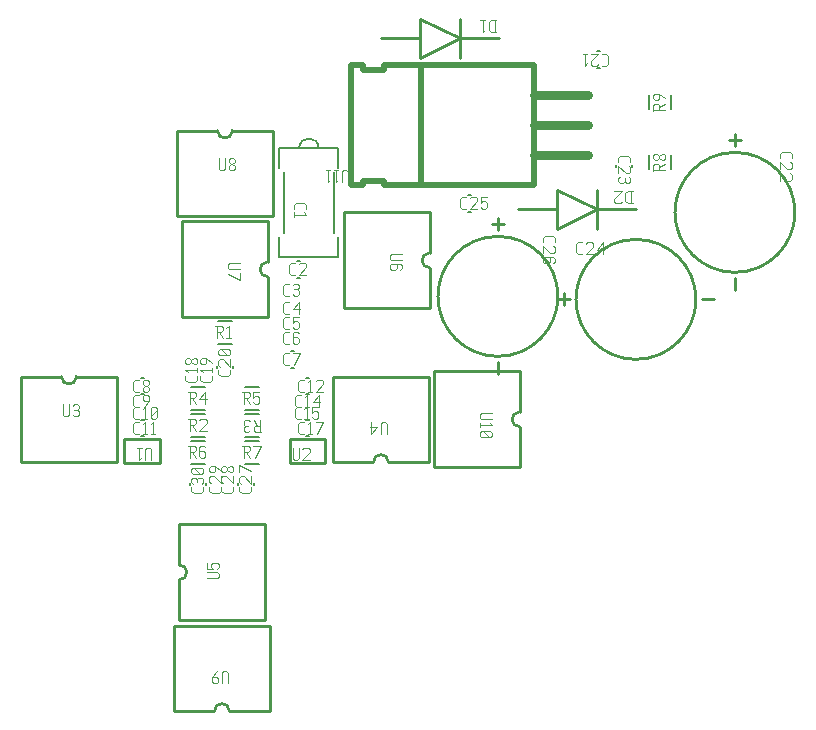
<source format=gbr>
G04 start of page 10 for group -4079 idx -4079 *
G04 Title: (unknown), topsilk *
G04 Creator: pcb 20110918 *
G04 CreationDate: Wed 16 Apr 2014 03:02:33 AM GMT UTC *
G04 For: commonadmin *
G04 Format: Gerber/RS-274X *
G04 PCB-Dimensions: 300000 250000 *
G04 PCB-Coordinate-Origin: lower left *
%MOIN*%
%FSLAX25Y25*%
%LNTOPSILK*%
%ADD107C,0.0040*%
%ADD106C,0.0200*%
%ADD105C,0.0300*%
%ADD104C,0.0079*%
%ADD103C,0.0100*%
%ADD102C,0.0080*%
G54D102*X66543Y121740D02*X71267D01*
X66543Y114260D02*X71267D01*
X84543Y121740D02*X89267D01*
X84543Y114260D02*X89267D01*
X75245Y128936D02*Y128150D01*
X80755Y128936D02*Y128150D01*
X66543Y112740D02*X71267D01*
X66543Y105260D02*X71267D01*
X66543Y103740D02*X71267D01*
X66543Y96260D02*X71267D01*
X66245Y89936D02*Y89150D01*
X71755Y89936D02*Y89150D01*
X82245Y89936D02*Y89150D01*
X87755Y89936D02*Y89150D01*
X50150Y124855D02*X50936D01*
X50150Y119345D02*X50936D01*
X50150Y110855D02*X50936D01*
X50150Y105345D02*X50936D01*
G54D103*X44500Y104500D02*X56400D01*
X44500D02*Y96500D01*
X56400D01*
Y104500D02*Y96500D01*
X62750Y44000D02*X91250D01*
Y76000D02*Y44000D01*
X62750Y76000D02*X91250D01*
X62750Y57500D02*Y44000D01*
Y76000D02*Y62500D01*
Y57500D02*G75*G03X62750Y62500I0J2500D01*G01*
X93000Y42250D02*Y13750D01*
X61000Y42250D02*X93000D01*
X61000D02*Y13750D01*
X79500D02*X93000D01*
X61000D02*X74500D01*
X79500D02*G75*G03X74500Y13750I-2500J0D01*G01*
G54D102*X75543Y143740D02*X80267D01*
X75543Y136260D02*X80267D01*
G54D103*X63750Y177000D02*X92250D01*
X63750D02*Y145000D01*
X92250D01*
Y177000D02*Y163500D01*
Y158500D02*Y145000D01*
Y163500D02*G75*G03X92250Y158500I0J-2500D01*G01*
X62000Y207250D02*Y178750D01*
X94000D01*
Y207250D01*
X62000D02*X75500D01*
X94000D02*X80500D01*
X75500D02*G75*G03X80500Y207250I2500J0D01*G01*
G54D104*X96157Y171720D02*Y165126D01*
X115843D01*
Y171720D02*Y165126D01*
X96157Y201346D02*Y194752D01*
Y201346D02*X115843D01*
Y194752D01*
X97535Y193472D02*Y173000D01*
X114465Y193472D02*Y173000D01*
X109281Y201346D02*G75*G03X102719Y201346I-3281J0D01*G01*
G54D102*X84543Y103740D02*X89267D01*
X84543Y96260D02*X89267D01*
X84543Y105260D02*X89267D01*
X84543Y112740D02*X89267D01*
G54D103*X99600Y96600D02*X111500D01*
Y104600D02*Y96600D01*
X99600Y104600D02*X111500D01*
X99600D02*Y96600D01*
G54D102*X105150Y110855D02*X105936D01*
X105150Y105345D02*X105936D01*
X105150Y124855D02*X105936D01*
X105150Y119345D02*X105936D01*
G54D103*X147750Y127000D02*X176250D01*
X147750D02*Y95000D01*
X176250D01*
Y127000D02*Y113500D01*
Y108500D02*Y95000D01*
Y113500D02*G75*G03X176250Y108500I0J-2500D01*G01*
X10000Y125250D02*Y96750D01*
X42000D01*
Y125250D01*
X10000D02*X23500D01*
X42000D02*X28500D01*
X23500D02*G75*G03X28500Y125250I2500J0D01*G01*
X146000D02*Y96750D01*
X114000Y125250D02*X146000D01*
X114000D02*Y96750D01*
X132500D02*X146000D01*
X114000D02*X127500D01*
X132500D02*G75*G03X127500Y96750I-2500J0D01*G01*
G54D102*X100150Y133755D02*X100936D01*
X100150Y128245D02*X100936D01*
X102150Y163755D02*X102936D01*
X102150Y158245D02*X102936D01*
G54D103*X117750Y180000D02*X146250D01*
X117750D02*Y148000D01*
X146250D01*
Y180000D02*Y166500D01*
Y161500D02*Y148000D01*
Y166500D02*G75*G03X146250Y161500I0J-2500D01*G01*
X169000Y178000D02*Y174000D01*
X167000Y176000D02*X171000D01*
X169000Y130000D02*Y126000D01*
Y172000D02*G75*G03X169000Y172000I0J-20000D01*G01*
G54D102*X159150Y185755D02*X159936D01*
X159150Y180245D02*X159936D01*
G54D105*X181000Y199000D02*X199000D01*
X181000Y209000D02*X199000D01*
X181000Y219000D02*X199000D01*
G54D106*X181000Y229000D02*Y189000D01*
X143500Y229000D02*X181000D01*
X143500D02*Y189000D01*
X181000D01*
X143500Y229000D02*Y189000D01*
X131000Y229000D02*X143500D01*
X131000D02*Y227500D01*
X124000D02*X131000D01*
X124000Y229000D02*Y227500D01*
X120000Y229000D02*X124000D01*
X120000D02*Y189000D01*
X124000D01*
Y190500D02*Y189000D01*
Y190500D02*X131000D01*
Y189000D01*
X143500D01*
G54D103*X175630Y181000D02*X188752D01*
Y187559D02*Y174441D01*
X201874Y181000D01*
X188752Y187559D02*X201874Y181000D01*
Y187559D02*Y174441D01*
Y181000D02*X214996D01*
G54D102*X213755Y195936D02*Y195150D01*
X208245Y195936D02*Y195150D01*
X202150Y228245D02*X202936D01*
X202150Y233755D02*X202936D01*
G54D103*X189000Y151000D02*X193000D01*
X191000Y153000D02*Y149000D01*
X237000Y151000D02*X241000D01*
X195000D02*G75*G03X195000Y151000I20000J0D01*G01*
G54D102*X219260Y199267D02*Y194543D01*
X226740Y199267D02*Y194543D01*
G54D103*X248000Y206000D02*Y202000D01*
X246000Y204000D02*X250000D01*
X248000Y158000D02*Y154000D01*
Y200000D02*G75*G03X248000Y200000I0J-20000D01*G01*
G54D102*X219260Y219267D02*Y214543D01*
X226740Y219267D02*Y214543D01*
G54D103*X130000Y238000D02*X143122D01*
Y244559D02*Y231441D01*
X156244Y238000D01*
X143122Y244559D02*X156244Y238000D01*
Y244559D02*Y231441D01*
Y238000D02*X169366D01*
G54D107*X76000Y198000D02*Y194500D01*
X76500Y194000D01*
X77500D01*
X78000Y194500D01*
Y198000D02*Y194500D01*
X79200D02*X79700Y194000D01*
X79200Y195300D02*Y194500D01*
Y195300D02*X79900Y196000D01*
X80500D01*
X81200Y195300D01*
Y194500D01*
X80700Y194000D02*X81200Y194500D01*
X79700Y194000D02*X80700D01*
X79200Y196700D02*X79900Y196000D01*
X79200Y197500D02*Y196700D01*
Y197500D02*X79700Y198000D01*
X80700D01*
X81200Y197500D01*
Y196700D01*
X80500Y196000D02*X81200Y196700D01*
X101000Y182536D02*Y181236D01*
X101700Y183236D02*X101000Y182536D01*
X101700Y183236D02*X104300D01*
X105000Y182536D01*
Y181236D01*
X104200Y180036D02*X105000Y179236D01*
X101000D02*X105000D01*
X101000Y180036D02*Y178536D01*
X119000Y193500D02*Y190000D01*
Y193500D02*X118500Y194000D01*
X117500D02*X118500D01*
X117500D02*X117000Y193500D01*
Y190000D01*
X115800Y190800D02*X115000Y190000D01*
Y194000D02*Y190000D01*
X114300Y194000D02*X115800D01*
X113100Y190800D02*X112300Y190000D01*
Y194000D02*Y190000D01*
X111600Y194000D02*X113100D01*
X213500Y187000D02*Y183000D01*
X212200D02*X211500Y183700D01*
Y186300D02*Y183700D01*
X212200Y187000D02*X211500Y186300D01*
X212200Y187000D02*X214000D01*
X212200Y183000D02*X214000D01*
X210300Y183500D02*X209800Y183000D01*
X208300D02*X209800D01*
X208300D02*X207800Y183500D01*
Y184500D02*Y183500D01*
X210300Y187000D02*X207800Y184500D01*
Y187000D02*X210300D01*
X263000Y199300D02*Y198000D01*
X263700Y200000D02*X263000Y199300D01*
X263700Y200000D02*X266300D01*
X267000Y199300D01*
Y198000D01*
X266500Y196800D02*X267000Y196300D01*
Y194800D01*
X266500Y194300D01*
X265500D02*X266500D01*
X263000Y196800D02*X265500Y194300D01*
X263000Y196800D02*Y194300D01*
X266500Y193100D02*X267000Y192600D01*
Y191100D01*
X266500Y190600D01*
X265500D02*X266500D01*
X263000Y193100D02*X265500Y190600D01*
X263000Y193100D02*Y190600D01*
X209150Y197993D02*Y196693D01*
X209850Y198693D02*X209150Y197993D01*
X209850Y198693D02*X212450D01*
X213150Y197993D01*
Y196693D01*
X212650Y195493D02*X213150Y194993D01*
Y193493D01*
X212650Y192993D01*
X211650D02*X212650D01*
X209150Y195493D02*X211650Y192993D01*
X209150Y195493D02*Y192993D01*
X212650Y191793D02*X213150Y191293D01*
Y190293D01*
X212650Y189793D01*
X209150Y190293D02*X209650Y189793D01*
X209150Y191293D02*Y190293D01*
X209650Y191793D02*X209150Y191293D01*
X211350D02*Y190293D01*
X211850Y189793D02*X212650D01*
X209650D02*X210850D01*
X211350Y190293D01*
X211850Y189793D02*X211350Y190293D01*
X167870Y244000D02*Y240000D01*
X166570D02*X165870Y240700D01*
Y243300D02*Y240700D01*
X166570Y244000D02*X165870Y243300D01*
X166570Y244000D02*X168370D01*
X166570Y240000D02*X168370D01*
X164670Y240800D02*X163870Y240000D01*
Y244000D02*Y240000D01*
X163170Y244000D02*X164670D01*
X203693Y232850D02*X204993D01*
X205693Y232150D02*X204993Y232850D01*
X205693Y232150D02*Y229550D01*
X204993Y228850D01*
X203693D02*X204993D01*
X202493Y229350D02*X201993Y228850D01*
X200493D02*X201993D01*
X200493D02*X199993Y229350D01*
Y230350D02*Y229350D01*
X202493Y232850D02*X199993Y230350D01*
Y232850D02*X202493D01*
X198793Y229650D02*X197993Y228850D01*
Y232850D02*Y228850D01*
X197293Y232850D02*X198793D01*
X220850Y195755D02*Y193755D01*
Y195755D02*X221350Y196255D01*
X222350D01*
X222850Y195755D02*X222350Y196255D01*
X222850Y195755D02*Y194255D01*
X220850D02*X224850D01*
X222850Y195055D02*X224850Y196255D01*
X224350Y197455D02*X224850Y197955D01*
X223550Y197455D02*X224350D01*
X223550D02*X222850Y198155D01*
Y198755D02*Y198155D01*
Y198755D02*X223550Y199455D01*
X224350D01*
X224850Y198955D02*X224350Y199455D01*
X224850Y198955D02*Y197955D01*
X222150Y197455D02*X222850Y198155D01*
X221350Y197455D02*X222150D01*
X221350D02*X220850Y197955D01*
Y198955D02*Y197955D01*
Y198955D02*X221350Y199455D01*
X222150D01*
X222850Y198755D02*X222150Y199455D01*
X220850Y215755D02*Y213755D01*
Y215755D02*X221350Y216255D01*
X222350D01*
X222850Y215755D02*X222350Y216255D01*
X222850Y215755D02*Y214255D01*
X220850D02*X224850D01*
X222850Y215055D02*X224850Y216255D01*
Y217955D02*X222850Y219455D01*
X221350D02*X222850D01*
X220850Y218955D02*X221350Y219455D01*
X220850Y218955D02*Y217955D01*
X221350Y217455D02*X220850Y217955D01*
X221350Y217455D02*X222350D01*
X222850Y217955D01*
Y219455D02*Y217955D01*
X74755Y142150D02*X76755D01*
X77255Y141650D01*
Y140650D01*
X76755Y140150D02*X77255Y140650D01*
X75255Y140150D02*X76755D01*
X75255Y142150D02*Y138150D01*
X76055Y140150D02*X77255Y138150D01*
X78455Y141350D02*X79255Y142150D01*
Y138150D01*
X78455D02*X79955D01*
X79500Y163000D02*X83000D01*
X79500D02*X79000Y162500D01*
Y161500D01*
X79500Y161000D01*
X83000D01*
X79000Y159300D02*X83000Y157300D01*
Y159800D02*Y157300D01*
X65755Y120150D02*X67755D01*
X68255Y119650D01*
Y118650D01*
X67755Y118150D02*X68255Y118650D01*
X66255Y118150D02*X67755D01*
X66255Y120150D02*Y116150D01*
X67055Y118150D02*X68255Y116150D01*
X69455Y117650D02*X71455Y120150D01*
X69455Y117650D02*X71955D01*
X71455Y120150D02*Y116150D01*
X83755Y120150D02*X85755D01*
X86255Y119650D01*
Y118650D01*
X85755Y118150D02*X86255Y118650D01*
X84255Y118150D02*X85755D01*
X84255Y120150D02*Y116150D01*
X85055Y118150D02*X86255Y116150D01*
X87455Y120150D02*X89455D01*
X87455D02*Y118150D01*
X87955Y118650D01*
X88955D01*
X89455Y118150D01*
Y116650D01*
X88955Y116150D02*X89455Y116650D01*
X87955Y116150D02*X88955D01*
X87455Y116650D02*X87955Y116150D01*
X73850Y125424D02*Y124124D01*
X73150Y123424D02*X73850Y124124D01*
X70550Y123424D02*X73150D01*
X70550D02*X69850Y124124D01*
Y125424D02*Y124124D01*
X70650Y126624D02*X69850Y127424D01*
X73850D01*
Y128124D02*Y126624D01*
Y129824D02*X71850Y131324D01*
X70350D02*X71850D01*
X69850Y130824D02*X70350Y131324D01*
X69850Y130824D02*Y129824D01*
X70350Y129324D02*X69850Y129824D01*
X70350Y129324D02*X71350D01*
X71850Y129824D01*
Y131324D02*Y129824D01*
X68850Y125424D02*Y124124D01*
X68150Y123424D02*X68850Y124124D01*
X65550Y123424D02*X68150D01*
X65550D02*X64850Y124124D01*
Y125424D02*Y124124D01*
X65650Y126624D02*X64850Y127424D01*
X68850D01*
Y128124D02*Y126624D01*
X68350Y129324D02*X68850Y129824D01*
X67550Y129324D02*X68350D01*
X67550D02*X66850Y130024D01*
Y130624D02*Y130024D01*
Y130624D02*X67550Y131324D01*
X68350D01*
X68850Y130824D02*X68350Y131324D01*
X68850Y130824D02*Y129824D01*
X66150Y129324D02*X66850Y130024D01*
X65350Y129324D02*X66150D01*
X65350D02*X64850Y129824D01*
Y130824D02*Y129824D01*
Y130824D02*X65350Y131324D01*
X66150D01*
X66850Y130624D02*X66150Y131324D01*
X79850Y127393D02*Y126093D01*
X79150Y125393D02*X79850Y126093D01*
X76550Y125393D02*X79150D01*
X76550D02*X75850Y126093D01*
Y127393D02*Y126093D01*
X76350Y128593D02*X75850Y129093D01*
Y130593D02*Y129093D01*
Y130593D02*X76350Y131093D01*
X77350D01*
X79850Y128593D02*X77350Y131093D01*
X79850D02*Y128593D01*
X79350Y132293D02*X79850Y132793D01*
X76350Y132293D02*X79350D01*
X76350D02*X75850Y132793D01*
Y133793D02*Y132793D01*
Y133793D02*X76350Y134293D01*
X79350D01*
X79850Y133793D02*X79350Y134293D01*
X79850Y133793D02*Y132793D01*
X78850Y132293D02*X76850Y134293D01*
X65755Y111150D02*X67755D01*
X68255Y110650D01*
Y109650D01*
X67755Y109150D02*X68255Y109650D01*
X66255Y109150D02*X67755D01*
X66255Y111150D02*Y107150D01*
X67055Y109150D02*X68255Y107150D01*
X69455Y110650D02*X69955Y111150D01*
X71455D01*
X71955Y110650D01*
Y109650D01*
X69455Y107150D02*X71955Y109650D01*
X69455Y107150D02*X71955D01*
X48124Y115250D02*X49424D01*
X47424Y115950D02*X48124Y115250D01*
X47424Y118550D02*Y115950D01*
Y118550D02*X48124Y119250D01*
X49424D01*
X51124Y115250D02*X52624Y117250D01*
Y118750D02*Y117250D01*
X52124Y119250D02*X52624Y118750D01*
X51124Y119250D02*X52124D01*
X50624Y118750D02*X51124Y119250D01*
X50624Y118750D02*Y117750D01*
X51124Y117250D01*
X52624D01*
X48124Y111250D02*X49424D01*
X47424Y111950D02*X48124Y111250D01*
X47424Y114550D02*Y111950D01*
Y114550D02*X48124Y115250D01*
X49424D01*
X50624Y114450D02*X51424Y115250D01*
Y111250D01*
X50624D02*X52124D01*
X53324Y111750D02*X53824Y111250D01*
X53324Y114750D02*Y111750D01*
Y114750D02*X53824Y115250D01*
X54824D01*
X55324Y114750D01*
Y111750D01*
X54824Y111250D02*X55324Y111750D01*
X53824Y111250D02*X54824D01*
X53324Y112250D02*X55324Y114250D01*
X48093Y106250D02*X49393D01*
X47393Y106950D02*X48093Y106250D01*
X47393Y109550D02*Y106950D01*
Y109550D02*X48093Y110250D01*
X49393D01*
X50593Y109450D02*X51393Y110250D01*
Y106250D01*
X50593D02*X52093D01*
X53293Y109450D02*X54093Y110250D01*
Y106250D01*
X53293D02*X54793D01*
X48093Y120250D02*X49393D01*
X47393Y120950D02*X48093Y120250D01*
X47393Y123550D02*Y120950D01*
Y123550D02*X48093Y124250D01*
X49393D01*
X50593Y120750D02*X51093Y120250D01*
X50593Y121550D02*Y120750D01*
Y121550D02*X51293Y122250D01*
X51893D01*
X52593Y121550D01*
Y120750D01*
X52093Y120250D02*X52593Y120750D01*
X51093Y120250D02*X52093D01*
X50593Y122950D02*X51293Y122250D01*
X50593Y123750D02*Y122950D01*
Y123750D02*X51093Y124250D01*
X52093D01*
X52593Y123750D01*
Y122950D01*
X51893Y122250D02*X52593Y122950D01*
X72000Y58000D02*X75500D01*
X76000Y58500D01*
Y59500D02*Y58500D01*
Y59500D02*X75500Y60000D01*
X72000D02*X75500D01*
X72000Y63200D02*Y61200D01*
X74000D01*
X73500Y61700D01*
Y62700D02*Y61700D01*
Y62700D02*X74000Y63200D01*
X75500D01*
X76000Y62700D02*X75500Y63200D01*
X76000Y62700D02*Y61700D01*
X75500Y61200D02*X76000Y61700D01*
X79000Y26500D02*Y23000D01*
Y26500D02*X78500Y27000D01*
X77500D02*X78500D01*
X77500D02*X77000Y26500D01*
Y23000D01*
X75300Y27000D02*X73800Y25000D01*
Y23500D01*
X74300Y23000D02*X73800Y23500D01*
X74300Y23000D02*X75300D01*
X75800Y23500D02*X75300Y23000D01*
X75800Y24500D02*Y23500D01*
Y24500D02*X75300Y25000D01*
X73800D02*X75300D01*
X76850Y88424D02*Y87124D01*
X76150Y86424D02*X76850Y87124D01*
X73550Y86424D02*X76150D01*
X73550D02*X72850Y87124D01*
Y88424D02*Y87124D01*
X73350Y89624D02*X72850Y90124D01*
Y91624D02*Y90124D01*
Y91624D02*X73350Y92124D01*
X74350D01*
X76850Y89624D02*X74350Y92124D01*
X76850D02*Y89624D01*
Y93824D02*X74850Y95324D01*
X73350D02*X74850D01*
X72850Y94824D02*X73350Y95324D01*
X72850Y94824D02*Y93824D01*
X73350Y93324D02*X72850Y93824D01*
X73350Y93324D02*X74350D01*
X74850Y93824D01*
Y95324D02*Y93824D01*
X80850Y88424D02*Y87124D01*
X80150Y86424D02*X80850Y87124D01*
X77550Y86424D02*X80150D01*
X77550D02*X76850Y87124D01*
Y88424D02*Y87124D01*
X77350Y89624D02*X76850Y90124D01*
Y91624D02*Y90124D01*
Y91624D02*X77350Y92124D01*
X78350D01*
X80850Y89624D02*X78350Y92124D01*
X80850D02*Y89624D01*
X80350Y93324D02*X80850Y93824D01*
X79550Y93324D02*X80350D01*
X79550D02*X78850Y94024D01*
Y94624D02*Y94024D01*
Y94624D02*X79550Y95324D01*
X80350D01*
X80850Y94824D02*X80350Y95324D01*
X80850Y94824D02*Y93824D01*
X78150Y93324D02*X78850Y94024D01*
X77350Y93324D02*X78150D01*
X77350D02*X76850Y93824D01*
Y94824D02*Y93824D01*
Y94824D02*X77350Y95324D01*
X78150D01*
X78850Y94624D02*X78150Y95324D01*
X70850Y88393D02*Y87093D01*
X70150Y86393D02*X70850Y87093D01*
X67550Y86393D02*X70150D01*
X67550D02*X66850Y87093D01*
Y88393D02*Y87093D01*
X67350Y89593D02*X66850Y90093D01*
Y91093D02*Y90093D01*
Y91093D02*X67350Y91593D01*
X70850Y91093D02*X70350Y91593D01*
X70850Y91093D02*Y90093D01*
X70350Y89593D02*X70850Y90093D01*
X68650Y91093D02*Y90093D01*
X67350Y91593D02*X68150D01*
X69150D02*X70350D01*
X69150D02*X68650Y91093D01*
X68150Y91593D02*X68650Y91093D01*
X70350Y92793D02*X70850Y93293D01*
X67350Y92793D02*X70350D01*
X67350D02*X66850Y93293D01*
Y94293D02*Y93293D01*
Y94293D02*X67350Y94793D01*
X70350D01*
X70850Y94293D02*X70350Y94793D01*
X70850Y94293D02*Y93293D01*
X69850Y92793D02*X67850Y94793D01*
X86850Y88393D02*Y87093D01*
X86150Y86393D02*X86850Y87093D01*
X83550Y86393D02*X86150D01*
X83550D02*X82850Y87093D01*
Y88393D02*Y87093D01*
X83350Y89593D02*X82850Y90093D01*
Y91593D02*Y90093D01*
Y91593D02*X83350Y92093D01*
X84350D01*
X86850Y89593D02*X84350Y92093D01*
X86850D02*Y89593D01*
Y93793D02*X82850Y95793D01*
Y93293D01*
X65755Y102150D02*X67755D01*
X68255Y101650D01*
Y100650D01*
X67755Y100150D02*X68255Y100650D01*
X66255Y100150D02*X67755D01*
X66255Y102150D02*Y98150D01*
X67055Y100150D02*X68255Y98150D01*
X70955Y102150D02*X71455Y101650D01*
X69955Y102150D02*X70955D01*
X69455Y101650D02*X69955Y102150D01*
X69455Y101650D02*Y98650D01*
X69955Y98150D01*
X70955Y100350D02*X71455Y99850D01*
X69455Y100350D02*X70955D01*
X69955Y98150D02*X70955D01*
X71455Y98650D01*
Y99850D02*Y98650D01*
X53400Y101000D02*Y97500D01*
Y101000D02*X52900Y101500D01*
X51900D02*X52900D01*
X51900D02*X51400Y101000D01*
Y97500D01*
X50200Y98300D02*X49400Y97500D01*
Y101500D02*Y97500D01*
X48700Y101500D02*X50200D01*
X100600Y101600D02*Y98100D01*
X101100Y97600D01*
X102100D01*
X102600Y98100D01*
Y101600D02*Y98100D01*
X103800Y101100D02*X104300Y101600D01*
X105800D01*
X106300Y101100D01*
Y100100D01*
X103800Y97600D02*X106300Y100100D01*
X103800Y97600D02*X106300D01*
X83755Y102150D02*X85755D01*
X86255Y101650D01*
Y100650D01*
X85755Y100150D02*X86255Y100650D01*
X84255Y100150D02*X85755D01*
X84255Y102150D02*Y98150D01*
X85055Y100150D02*X86255Y98150D01*
X87955D02*X89955Y102150D01*
X87455D02*X89955D01*
X88055Y106850D02*X90055D01*
X88055D02*X87555Y107350D01*
Y108350D02*Y107350D01*
X88055Y108850D02*X87555Y108350D01*
X88055Y108850D02*X89555D01*
Y110850D02*Y106850D01*
X88755Y108850D02*X87555Y110850D01*
X86355Y107350D02*X85855Y106850D01*
X84855D02*X85855D01*
X84855D02*X84355Y107350D01*
X84855Y110850D02*X84355Y110350D01*
X84855Y110850D02*X85855D01*
X86355Y110350D02*X85855Y110850D01*
X84855Y108650D02*X85855D01*
X84355Y108150D02*Y107350D01*
Y110350D02*Y109150D01*
X84855Y108650D01*
X84355Y108150D02*X84855Y108650D01*
X24000Y116000D02*Y112500D01*
X24500Y112000D01*
X25500D01*
X26000Y112500D01*
Y116000D02*Y112500D01*
X27200Y115500D02*X27700Y116000D01*
X28700D01*
X29200Y115500D01*
X28700Y112000D02*X29200Y112500D01*
X27700Y112000D02*X28700D01*
X27200Y112500D02*X27700Y112000D01*
Y114200D02*X28700D01*
X29200Y115500D02*Y114700D01*
Y113700D02*Y112500D01*
Y113700D02*X28700Y114200D01*
X29200Y114700D02*X28700Y114200D01*
X163500Y113000D02*X167000D01*
X163500D02*X163000Y112500D01*
Y111500D01*
X163500Y111000D01*
X167000D01*
X166200Y109800D02*X167000Y109000D01*
X163000D02*X167000D01*
X163000Y109800D02*Y108300D01*
X163500Y107100D02*X163000Y106600D01*
X163500Y107100D02*X166500D01*
X167000Y106600D01*
Y105600D01*
X166500Y105100D01*
X163500D02*X166500D01*
X163000Y105600D02*X163500Y105100D01*
X163000Y106600D02*Y105600D01*
X164000Y107100D02*X166000Y105100D01*
X157093Y181150D02*X158393D01*
X156393Y181850D02*X157093Y181150D01*
X156393Y184450D02*Y181850D01*
Y184450D02*X157093Y185150D01*
X158393D01*
X159593Y184650D02*X160093Y185150D01*
X161593D01*
X162093Y184650D01*
Y183650D01*
X159593Y181150D02*X162093Y183650D01*
X159593Y181150D02*X162093D01*
X163293Y185150D02*X165293D01*
X163293D02*Y183150D01*
X163793Y183650D01*
X164793D01*
X165293Y183150D01*
Y181650D01*
X164793Y181150D02*X165293Y181650D01*
X163793Y181150D02*X164793D01*
X163293Y181650D02*X163793Y181150D01*
X132000Y109500D02*Y106000D01*
Y109500D02*X131500Y110000D01*
X130500D02*X131500D01*
X130500D02*X130000Y109500D01*
Y106000D01*
X128800Y108500D02*X126800Y106000D01*
X126300Y108500D02*X128800D01*
X126800Y110000D02*Y106000D01*
X103093Y106250D02*X104393D01*
X102393Y106950D02*X103093Y106250D01*
X102393Y109550D02*Y106950D01*
Y109550D02*X103093Y110250D01*
X104393D01*
X105593Y109450D02*X106393Y110250D01*
Y106250D01*
X105593D02*X107093D01*
X108793D02*X110793Y110250D01*
X108293D02*X110793D01*
X101976Y111250D02*X103276D01*
X101276Y111950D02*X101976Y111250D01*
X101276Y114550D02*Y111950D01*
Y114550D02*X101976Y115250D01*
X103276D01*
X104476Y114450D02*X105276Y115250D01*
Y111250D01*
X104476D02*X105976D01*
X107176Y115250D02*X109176D01*
X107176D02*Y113250D01*
X107676Y113750D01*
X108676D01*
X109176Y113250D01*
Y111750D01*
X108676Y111250D02*X109176Y111750D01*
X107676Y111250D02*X108676D01*
X107176Y111750D02*X107676Y111250D01*
X102124Y115250D02*X103424D01*
X101424Y115950D02*X102124Y115250D01*
X101424Y118550D02*Y115950D01*
Y118550D02*X102124Y119250D01*
X103424D01*
X104624Y118450D02*X105424Y119250D01*
Y115250D01*
X104624D02*X106124D01*
X107324Y116750D02*X109324Y119250D01*
X107324Y116750D02*X109824D01*
X109324Y119250D02*Y115250D01*
X103093Y120250D02*X104393D01*
X102393Y120950D02*X103093Y120250D01*
X102393Y123550D02*Y120950D01*
Y123550D02*X103093Y124250D01*
X104393D01*
X105593Y123450D02*X106393Y124250D01*
Y120250D01*
X105593D02*X107093D01*
X108293Y123750D02*X108793Y124250D01*
X110293D01*
X110793Y123750D01*
Y122750D01*
X108293Y120250D02*X110793Y122750D01*
X108293Y120250D02*X110793D01*
X98093Y129150D02*X99393D01*
X97393Y129850D02*X98093Y129150D01*
X97393Y132450D02*Y129850D01*
Y132450D02*X98093Y133150D01*
X99393D01*
X101093Y129150D02*X103093Y133150D01*
X100593D02*X103093D01*
X98124Y136150D02*X99424D01*
X97424Y136850D02*X98124Y136150D01*
X97424Y139450D02*Y136850D01*
Y139450D02*X98124Y140150D01*
X99424D01*
X102124D02*X102624Y139650D01*
X101124Y140150D02*X102124D01*
X100624Y139650D02*X101124Y140150D01*
X100624Y139650D02*Y136650D01*
X101124Y136150D01*
X102124Y138350D02*X102624Y137850D01*
X100624Y138350D02*X102124D01*
X101124Y136150D02*X102124D01*
X102624Y136650D01*
Y137850D02*Y136650D01*
X98124Y141150D02*X99424D01*
X97424Y141850D02*X98124Y141150D01*
X97424Y144450D02*Y141850D01*
Y144450D02*X98124Y145150D01*
X99424D01*
X100624D02*X102624D01*
X100624D02*Y143150D01*
X101124Y143650D01*
X102124D01*
X102624Y143150D01*
Y141650D01*
X102124Y141150D02*X102624Y141650D01*
X101124Y141150D02*X102124D01*
X100624Y141650D02*X101124Y141150D01*
X98124Y146150D02*X99424D01*
X97424Y146850D02*X98124Y146150D01*
X97424Y149450D02*Y146850D01*
Y149450D02*X98124Y150150D01*
X99424D01*
X100624Y147650D02*X102624Y150150D01*
X100624Y147650D02*X103124D01*
X102624Y150150D02*Y146150D01*
X98124Y152150D02*X99424D01*
X97424Y152850D02*X98124Y152150D01*
X97424Y155450D02*Y152850D01*
Y155450D02*X98124Y156150D01*
X99424D01*
X100624Y155650D02*X101124Y156150D01*
X102124D01*
X102624Y155650D01*
X102124Y152150D02*X102624Y152650D01*
X101124Y152150D02*X102124D01*
X100624Y152650D02*X101124Y152150D01*
Y154350D02*X102124D01*
X102624Y155650D02*Y154850D01*
Y153850D02*Y152650D01*
Y153850D02*X102124Y154350D01*
X102624Y154850D02*X102124Y154350D01*
X100093Y159150D02*X101393D01*
X99393Y159850D02*X100093Y159150D01*
X99393Y162450D02*Y159850D01*
Y162450D02*X100093Y163150D01*
X101393D01*
X102593Y162650D02*X103093Y163150D01*
X104593D01*
X105093Y162650D01*
Y161650D01*
X102593Y159150D02*X105093Y161650D01*
X102593Y159150D02*X105093D01*
X133500Y166000D02*X137000D01*
X133500D02*X133000Y165500D01*
Y164500D01*
X133500Y164000D01*
X137000D01*
Y161300D02*X136500Y160800D01*
X137000Y162300D02*Y161300D01*
X136500Y162800D02*X137000Y162300D01*
X133500Y162800D02*X136500D01*
X133500D02*X133000Y162300D01*
X135200Y161300D02*X134700Y160800D01*
X135200Y162800D02*Y161300D01*
X133000Y162300D02*Y161300D01*
X133500Y160800D01*
X134700D01*
X184000Y171300D02*Y170000D01*
X184700Y172000D02*X184000Y171300D01*
X184700Y172000D02*X187300D01*
X188000Y171300D01*
Y170000D01*
X187500Y168800D02*X188000Y168300D01*
Y166800D01*
X187500Y166300D01*
X186500D02*X187500D01*
X184000Y168800D02*X186500Y166300D01*
X184000Y168800D02*Y166300D01*
X188000Y163600D02*X187500Y163100D01*
X188000Y164600D02*Y163600D01*
X187500Y165100D02*X188000Y164600D01*
X184500Y165100D02*X187500D01*
X184500D02*X184000Y164600D01*
X186200Y163600D02*X185700Y163100D01*
X186200Y165100D02*Y163600D01*
X184000Y164600D02*Y163600D01*
X184500Y163100D01*
X185700D01*
X195700Y166000D02*X197000D01*
X195000Y166700D02*X195700Y166000D01*
X195000Y169300D02*Y166700D01*
Y169300D02*X195700Y170000D01*
X197000D01*
X198200Y169500D02*X198700Y170000D01*
X200200D01*
X200700Y169500D01*
Y168500D01*
X198200Y166000D02*X200700Y168500D01*
X198200Y166000D02*X200700D01*
X201900Y167500D02*X203900Y170000D01*
X201900Y167500D02*X204400D01*
X203900Y170000D02*Y166000D01*
M02*

</source>
